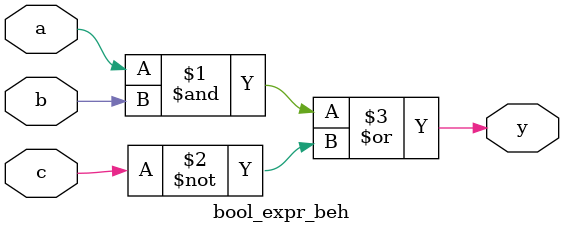
<source format=v>
module bool_expr_beh(input a, input b, input c, output y);
    assign y = (a & b) | (~c);
endmodule

</source>
